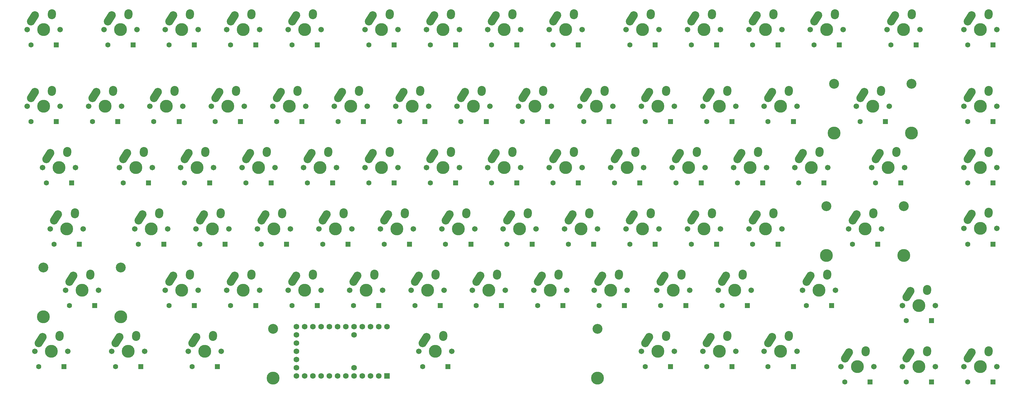
<source format=gbr>
%TF.GenerationSoftware,KiCad,Pcbnew,9.0.2*%
%TF.CreationDate,2025-11-03T13:59:49-05:00*%
%TF.ProjectId,750-THR-Earthtyper,3735302d-5448-4522-9d45-617274687479,rev?*%
%TF.SameCoordinates,Original*%
%TF.FileFunction,Soldermask,Top*%
%TF.FilePolarity,Negative*%
%FSLAX46Y46*%
G04 Gerber Fmt 4.6, Leading zero omitted, Abs format (unit mm)*
G04 Created by KiCad (PCBNEW 9.0.2) date 2025-11-03 13:59:49*
%MOMM*%
%LPD*%
G01*
G04 APERTURE LIST*
G04 Aperture macros list*
%AMHorizOval*
0 Thick line with rounded ends*
0 $1 width*
0 $2 $3 position (X,Y) of the first rounded end (center of the circle)*
0 $4 $5 position (X,Y) of the second rounded end (center of the circle)*
0 Add line between two ends*
20,1,$1,$2,$3,$4,$5,0*
0 Add two circle primitives to create the rounded ends*
1,1,$1,$2,$3*
1,1,$1,$4,$5*%
G04 Aperture macros list end*
%ADD10C,1.701800*%
%ADD11C,3.987800*%
%ADD12HorizOval,2.500000X-0.604462X-0.948815X0.604462X0.948815X0*%
%ADD13HorizOval,2.500000X-0.019724X-0.289328X0.019724X0.289328X0*%
%ADD14C,3.048000*%
%ADD15R,1.600000X1.600000*%
%ADD16C,1.600000*%
%ADD17R,1.752600X1.752600*%
%ADD18C,1.752600*%
G04 APERTURE END LIST*
D10*
%TO.C,K40*%
X172218350Y80530700D03*
D11*
X177298350Y80530700D03*
D10*
X182378350Y80530700D03*
D12*
X174043350Y84050700D03*
D13*
X179818350Y85320700D03*
%TD*%
D10*
%TO.C,K8*%
X134321550Y123164600D03*
D11*
X139401550Y123164600D03*
D10*
X144481550Y123164600D03*
D12*
X136146550Y126684600D03*
D13*
X141921550Y127954600D03*
%TD*%
D14*
%TO.C,K58*%
X238785400Y68567300D03*
D11*
X238785400Y53327300D03*
D10*
X245643400Y61582300D03*
D11*
X250723400Y61582300D03*
D10*
X255803400Y61582300D03*
D14*
X262661400Y68567300D03*
D11*
X262661400Y53327300D03*
D12*
X247468400Y65102300D03*
D13*
X253243400Y66372300D03*
%TD*%
D14*
%TO.C,K75*%
X68046600Y30670500D03*
D11*
X68046600Y15430500D03*
D10*
X113004600Y23685500D03*
D11*
X118084600Y23685500D03*
D10*
X123164600Y23685500D03*
D14*
X168122600Y30670500D03*
D11*
X168122600Y15430500D03*
D12*
X114829600Y27205500D03*
D13*
X120604600Y28475500D03*
%TD*%
D10*
%TO.C,K76*%
X181692550Y23685500D03*
D11*
X186772550Y23685500D03*
D10*
X191852550Y23685500D03*
D12*
X183517550Y27205500D03*
D13*
X189292550Y28475500D03*
%TD*%
D10*
%TO.C,K50*%
X82213450Y61582300D03*
D11*
X87293450Y61582300D03*
D10*
X92373450Y61582300D03*
D12*
X84038450Y65102300D03*
D13*
X89813450Y66372300D03*
%TD*%
D10*
%TO.C,K48*%
X44316650Y61582300D03*
D11*
X49396650Y61582300D03*
D10*
X54476650Y61582300D03*
D12*
X46141650Y65102300D03*
D13*
X51916650Y66372300D03*
%TD*%
D10*
%TO.C,K23*%
X124847350Y99479100D03*
D11*
X129927350Y99479100D03*
D10*
X135007350Y99479100D03*
D12*
X126672350Y102999100D03*
D13*
X132447350Y104269100D03*
%TD*%
D10*
%TO.C,K69*%
X186429650Y42633900D03*
D11*
X191509650Y42633900D03*
D10*
X196589650Y42633900D03*
D12*
X188254650Y46153900D03*
D13*
X194029650Y47423900D03*
%TD*%
D10*
%TO.C,K54*%
X158007050Y61582300D03*
D11*
X163087050Y61582300D03*
D10*
X168167050Y61582300D03*
D12*
X159832050Y65102300D03*
D13*
X165607050Y66372300D03*
%TD*%
D10*
%TO.C,K51*%
X101161850Y61582300D03*
D11*
X106241850Y61582300D03*
D10*
X111321850Y61582300D03*
D12*
X102986850Y65102300D03*
D13*
X108761850Y66372300D03*
%TD*%
D10*
%TO.C,K63*%
X72739250Y42633900D03*
D11*
X77819250Y42633900D03*
D10*
X82899250Y42633900D03*
D12*
X74564250Y46153900D03*
D13*
X80339250Y47423900D03*
%TD*%
D10*
%TO.C,K14*%
X257486150Y123164600D03*
D11*
X262566150Y123164600D03*
D10*
X267646150Y123164600D03*
D12*
X259311150Y126684600D03*
D13*
X265086150Y127954600D03*
%TD*%
D10*
%TO.C,K43*%
X229063550Y80530700D03*
D11*
X234143550Y80530700D03*
D10*
X239223550Y80530700D03*
D12*
X230888550Y84050700D03*
D13*
X236663550Y85320700D03*
%TD*%
D10*
%TO.C,K44*%
X252749050Y80530700D03*
D11*
X257829050Y80530700D03*
D10*
X262909050Y80530700D03*
D12*
X254574050Y84050700D03*
D13*
X260349050Y85320700D03*
%TD*%
D10*
%TO.C,K57*%
X214852250Y61582300D03*
D11*
X219932250Y61582300D03*
D10*
X225012250Y61582300D03*
D12*
X216677250Y65102300D03*
D13*
X222452250Y66372300D03*
%TD*%
D10*
%TO.C,K24*%
X143795750Y99479100D03*
D11*
X148875750Y99479100D03*
D10*
X153955750Y99479100D03*
D12*
X145620750Y102999100D03*
D13*
X151395750Y104269100D03*
%TD*%
D10*
%TO.C,K39*%
X153269950Y80530700D03*
D11*
X158349950Y80530700D03*
D10*
X163429950Y80530700D03*
D12*
X155094950Y84050700D03*
D13*
X160869950Y85320700D03*
%TD*%
D10*
%TO.C,K65*%
X110636050Y42633900D03*
D11*
X115716050Y42633900D03*
D10*
X120796050Y42633900D03*
D12*
X112461050Y46153900D03*
D13*
X118236050Y47423900D03*
%TD*%
D10*
%TO.C,K7*%
X115373150Y123164600D03*
D11*
X120453150Y123164600D03*
D10*
X125533150Y123164600D03*
D12*
X117198150Y126684600D03*
D13*
X122973150Y127954600D03*
%TD*%
D10*
%TO.C,K20*%
X68002150Y99479100D03*
D11*
X73082150Y99479100D03*
D10*
X78162150Y99479100D03*
D12*
X69827150Y102999100D03*
D13*
X75602150Y104269100D03*
%TD*%
D10*
%TO.C,K72*%
X-5422900Y23685500D03*
D11*
X-342900Y23685500D03*
D10*
X4737100Y23685500D03*
D12*
X-3597900Y27205500D03*
D13*
X2177100Y28475500D03*
%TD*%
D10*
%TO.C,K68*%
X167138350Y42633900D03*
D11*
X172218350Y42633900D03*
D10*
X177298350Y42633900D03*
D12*
X168963350Y46153900D03*
D13*
X174738350Y47423900D03*
%TD*%
D10*
%TO.C,K81*%
X262223250Y18948400D03*
D11*
X267303250Y18948400D03*
D10*
X272383250Y18948400D03*
D12*
X264048250Y22468400D03*
D13*
X269823250Y23738400D03*
%TD*%
D10*
%TO.C,K74*%
X41948100Y23685500D03*
D11*
X47028100Y23685500D03*
D10*
X52108100Y23685500D03*
D12*
X43773100Y27205500D03*
D13*
X49548100Y28475500D03*
%TD*%
D10*
%TO.C,K35*%
X77476350Y80530700D03*
D11*
X82556350Y80530700D03*
D10*
X87636350Y80530700D03*
D12*
X79301350Y84050700D03*
D13*
X85076350Y85320700D03*
%TD*%
D10*
%TO.C,K66*%
X129584450Y42633900D03*
D11*
X134664450Y42633900D03*
D10*
X139744450Y42633900D03*
D12*
X131409450Y46153900D03*
D13*
X137184450Y47423900D03*
%TD*%
D10*
%TO.C,K38*%
X134321550Y80530700D03*
D11*
X139401550Y80530700D03*
D10*
X144481550Y80530700D03*
D12*
X136146550Y84050700D03*
D13*
X141921550Y85320700D03*
%TD*%
D10*
%TO.C,K3*%
X34842450Y123164600D03*
D11*
X39922450Y123164600D03*
D10*
X45002450Y123164600D03*
D12*
X36667450Y126684600D03*
D13*
X42442450Y127954600D03*
%TD*%
D10*
%TO.C,K67*%
X148532850Y42633900D03*
D11*
X153612850Y42633900D03*
D10*
X158692850Y42633900D03*
D12*
X150357850Y46153900D03*
D13*
X156132850Y47423900D03*
%TD*%
D10*
%TO.C,K79*%
X243274850Y18948400D03*
D11*
X248354850Y18948400D03*
D10*
X253434850Y18948400D03*
D12*
X245099850Y22468400D03*
D13*
X250874850Y23738400D03*
%TD*%
D10*
%TO.C,K10*%
X176955450Y123164600D03*
D11*
X182035450Y123164600D03*
D10*
X187115450Y123164600D03*
D12*
X178780450Y126684600D03*
D13*
X184555450Y127954600D03*
%TD*%
D10*
%TO.C,K64*%
X91687650Y42633900D03*
D11*
X96767650Y42633900D03*
D10*
X101847650Y42633900D03*
D12*
X93512650Y46153900D03*
D13*
X99287650Y47423900D03*
%TD*%
D10*
%TO.C,K32*%
X20631150Y80530700D03*
D11*
X25711150Y80530700D03*
D10*
X30791150Y80530700D03*
D12*
X22456150Y84050700D03*
D13*
X28231150Y85320700D03*
%TD*%
D10*
%TO.C,K61*%
X34842450Y42633900D03*
D11*
X39922450Y42633900D03*
D10*
X45002450Y42633900D03*
D12*
X36667450Y46153900D03*
D13*
X42442450Y47423900D03*
%TD*%
D10*
%TO.C,K33*%
X39579550Y80530700D03*
D11*
X44659550Y80530700D03*
D10*
X49739550Y80530700D03*
D12*
X41404550Y84050700D03*
D13*
X47179550Y85320700D03*
%TD*%
D10*
%TO.C,K52*%
X120110250Y61582300D03*
D11*
X125190250Y61582300D03*
D10*
X130270250Y61582300D03*
D12*
X121935250Y65102300D03*
D13*
X127710250Y66372300D03*
%TD*%
D10*
%TO.C,K30*%
X281171650Y99479100D03*
D11*
X286251650Y99479100D03*
D10*
X291331650Y99479100D03*
D12*
X282996650Y102999100D03*
D13*
X288771650Y104269100D03*
%TD*%
D10*
%TO.C,K56*%
X195903850Y61582300D03*
D11*
X200983850Y61582300D03*
D10*
X206063850Y61582300D03*
D12*
X197728850Y65102300D03*
D13*
X203503850Y66372300D03*
%TD*%
D10*
%TO.C,K73*%
X18262600Y23685500D03*
D11*
X23342600Y23685500D03*
D10*
X28422600Y23685500D03*
D12*
X20087600Y27205500D03*
D13*
X25862600Y28475500D03*
%TD*%
D10*
%TO.C,K82*%
X281171650Y18948400D03*
D11*
X286251650Y18948400D03*
D10*
X291331650Y18948400D03*
D12*
X282996650Y22468400D03*
D13*
X288771650Y23738400D03*
%TD*%
D10*
%TO.C,K37*%
X115373150Y80530700D03*
D11*
X120453150Y80530700D03*
D10*
X125533150Y80530700D03*
D12*
X117198150Y84050700D03*
D13*
X122973150Y85320700D03*
%TD*%
D10*
%TO.C,K49*%
X63265050Y61582300D03*
D11*
X68345050Y61582300D03*
D10*
X73425050Y61582300D03*
D12*
X65090050Y65102300D03*
D13*
X70865050Y66372300D03*
%TD*%
D10*
%TO.C,K21*%
X86950550Y99479100D03*
D11*
X92030550Y99479100D03*
D10*
X97110550Y99479100D03*
D12*
X88775550Y102999100D03*
D13*
X94550550Y104269100D03*
%TD*%
D10*
%TO.C,K12*%
X214852250Y123164600D03*
D11*
X219932250Y123164600D03*
D10*
X225012250Y123164600D03*
D12*
X216677250Y126684600D03*
D13*
X222452250Y127954600D03*
%TD*%
D10*
%TO.C,K1*%
X-7791450Y123164600D03*
D11*
X-2711450Y123164600D03*
D10*
X2368550Y123164600D03*
D12*
X-5966450Y126684600D03*
D13*
X-191450Y127954600D03*
%TD*%
D10*
%TO.C,K77*%
X200640950Y23685500D03*
D11*
X205720950Y23685500D03*
D10*
X210800950Y23685500D03*
D12*
X202465950Y27205500D03*
D13*
X208240950Y28475500D03*
%TD*%
D14*
%TO.C,K29*%
X241153950Y106464100D03*
D11*
X241153950Y91224100D03*
D10*
X248011950Y99479100D03*
D11*
X253091950Y99479100D03*
D10*
X258171950Y99479100D03*
D14*
X265029950Y106464100D03*
D11*
X265029950Y91224100D03*
D12*
X249836950Y102999100D03*
D13*
X255611950Y104269100D03*
%TD*%
D10*
%TO.C,K18*%
X30105350Y99479100D03*
D11*
X35185350Y99479100D03*
D10*
X40265350Y99479100D03*
D12*
X31930350Y102999100D03*
D13*
X37705350Y104269100D03*
%TD*%
D10*
%TO.C,K13*%
X233800650Y123164600D03*
D11*
X238880650Y123164600D03*
D10*
X243960650Y123164600D03*
D12*
X235625650Y126684600D03*
D13*
X241400650Y127954600D03*
%TD*%
D10*
%TO.C,K70*%
X205378050Y42633900D03*
D11*
X210458050Y42633900D03*
D10*
X215538050Y42633900D03*
D12*
X207203050Y46153900D03*
D13*
X212978050Y47423900D03*
%TD*%
D10*
%TO.C,K41*%
X191166750Y80530700D03*
D11*
X196246750Y80530700D03*
D10*
X201326750Y80530700D03*
D12*
X192991750Y84050700D03*
D13*
X198766750Y85320700D03*
%TD*%
D14*
%TO.C,K60*%
X-2806700Y49618900D03*
D11*
X-2806700Y34378900D03*
D10*
X4051300Y42633900D03*
D11*
X9131300Y42633900D03*
D10*
X14211300Y42633900D03*
D14*
X21069300Y49618900D03*
D11*
X21069300Y34378900D03*
D12*
X5876300Y46153900D03*
D13*
X11651300Y47423900D03*
%TD*%
D10*
%TO.C,K15*%
X281171650Y123164600D03*
D11*
X286251650Y123164600D03*
D10*
X291331650Y123164600D03*
D12*
X282996650Y126684600D03*
D13*
X288771650Y127954600D03*
%TD*%
D10*
%TO.C,K22*%
X105898950Y99479100D03*
D11*
X110978950Y99479100D03*
D10*
X116058950Y99479100D03*
D12*
X107723950Y102999100D03*
D13*
X113498950Y104269100D03*
%TD*%
D10*
%TO.C,K9*%
X153269950Y123164600D03*
D11*
X158349950Y123164600D03*
D10*
X163429950Y123164600D03*
D12*
X155094950Y126684600D03*
D13*
X160869950Y127954600D03*
%TD*%
D10*
%TO.C,K27*%
X200640950Y99479100D03*
D11*
X205720950Y99479100D03*
D10*
X210800950Y99479100D03*
D12*
X202465950Y102999100D03*
D13*
X208240950Y104269100D03*
%TD*%
D10*
%TO.C,K45*%
X281171650Y80530700D03*
D11*
X286251650Y80530700D03*
D10*
X291331650Y80530700D03*
D12*
X282996650Y84050700D03*
D13*
X288771650Y85320700D03*
%TD*%
D10*
%TO.C,K4*%
X53790850Y123164600D03*
D11*
X58870850Y123164600D03*
D10*
X63950850Y123164600D03*
D12*
X55615850Y126684600D03*
D13*
X61390850Y127954600D03*
%TD*%
D10*
%TO.C,K34*%
X58527950Y80530700D03*
D11*
X63607950Y80530700D03*
D10*
X68687950Y80530700D03*
D12*
X60352950Y84050700D03*
D13*
X66127950Y85320700D03*
%TD*%
D10*
%TO.C,K42*%
X210115150Y80530700D03*
D11*
X215195150Y80530700D03*
D10*
X220275150Y80530700D03*
D12*
X211940150Y84050700D03*
D13*
X217715150Y85320700D03*
%TD*%
D10*
%TO.C,K62*%
X53790850Y42633900D03*
D11*
X58870850Y42633900D03*
D10*
X63950850Y42633900D03*
D12*
X55615850Y46153900D03*
D13*
X61390850Y47423900D03*
%TD*%
D10*
%TO.C,K26*%
X181692550Y99479100D03*
D11*
X186772550Y99479100D03*
D10*
X191852550Y99479100D03*
D12*
X183517550Y102999100D03*
D13*
X189292550Y104269100D03*
%TD*%
D10*
%TO.C,K19*%
X49053750Y99479100D03*
D11*
X54133750Y99479100D03*
D10*
X59213750Y99479100D03*
D12*
X50878750Y102999100D03*
D13*
X56653750Y104269100D03*
%TD*%
D10*
%TO.C,K55*%
X176955450Y61582300D03*
D11*
X182035450Y61582300D03*
D10*
X187115450Y61582300D03*
D12*
X178780450Y65102300D03*
D13*
X184555450Y66372300D03*
%TD*%
D10*
%TO.C,K31*%
X-3054350Y80530700D03*
D11*
X2025650Y80530700D03*
D10*
X7105650Y80530700D03*
D12*
X-1229350Y84050700D03*
D13*
X4545650Y85320700D03*
%TD*%
D10*
%TO.C,K59*%
X281171650Y61734700D03*
D11*
X286251650Y61734700D03*
D10*
X291331650Y61734700D03*
D12*
X282996650Y65254700D03*
D13*
X288771650Y66524700D03*
%TD*%
D10*
%TO.C,K78*%
X219589350Y23685500D03*
D11*
X224669350Y23685500D03*
D10*
X229749350Y23685500D03*
D12*
X221414350Y27205500D03*
D13*
X227189350Y28475500D03*
%TD*%
D10*
%TO.C,K53*%
X139058650Y61582300D03*
D11*
X144138650Y61582300D03*
D10*
X149218650Y61582300D03*
D12*
X140883650Y65102300D03*
D13*
X146658650Y66372300D03*
%TD*%
D10*
%TO.C,K6*%
X96424750Y123164600D03*
D11*
X101504750Y123164600D03*
D10*
X106584750Y123164600D03*
D12*
X98249750Y126684600D03*
D13*
X104024750Y127954600D03*
%TD*%
D10*
%TO.C,K25*%
X162744150Y99479100D03*
D11*
X167824150Y99479100D03*
D10*
X172904150Y99479100D03*
D12*
X164569150Y102999100D03*
D13*
X170344150Y104269100D03*
%TD*%
D10*
%TO.C,K36*%
X96424750Y80530700D03*
D11*
X101504750Y80530700D03*
D10*
X106584750Y80530700D03*
D12*
X98249750Y84050700D03*
D13*
X104024750Y85320700D03*
%TD*%
D10*
%TO.C,K16*%
X-7791450Y99479100D03*
D11*
X-2711450Y99479100D03*
D10*
X2368550Y99479100D03*
D12*
X-5966450Y102999100D03*
D13*
X-191450Y104269100D03*
%TD*%
D10*
%TO.C,K71*%
X231432100Y42633900D03*
D11*
X236512100Y42633900D03*
D10*
X241592100Y42633900D03*
D12*
X233257100Y46153900D03*
D13*
X239032100Y47423900D03*
%TD*%
D10*
%TO.C,K46*%
X-685800Y61582300D03*
D11*
X4394200Y61582300D03*
D10*
X9474200Y61582300D03*
D12*
X1139200Y65102300D03*
D13*
X6914200Y66372300D03*
%TD*%
D10*
%TO.C,K80*%
X262223250Y37896800D03*
D11*
X267303250Y37896800D03*
D10*
X272383250Y37896800D03*
D12*
X264048250Y41416800D03*
D13*
X269823250Y42686800D03*
%TD*%
D10*
%TO.C,K28*%
X219589350Y99479100D03*
D11*
X224669350Y99479100D03*
D10*
X229749350Y99479100D03*
D12*
X221414350Y102999100D03*
D13*
X227189350Y104269100D03*
%TD*%
D10*
%TO.C,K11*%
X195903850Y123164600D03*
D11*
X200983850Y123164600D03*
D10*
X206063850Y123164600D03*
D12*
X197728850Y126684600D03*
D13*
X203503850Y127954600D03*
%TD*%
D10*
%TO.C,K5*%
X72739250Y123164600D03*
D11*
X77819250Y123164600D03*
D10*
X82899250Y123164600D03*
D12*
X74564250Y126684600D03*
D13*
X80339250Y127954600D03*
%TD*%
D10*
%TO.C,K47*%
X25368250Y61582300D03*
D11*
X30448250Y61582300D03*
D10*
X35528250Y61582300D03*
D12*
X27193250Y65102300D03*
D13*
X32968250Y66372300D03*
%TD*%
D10*
%TO.C,K17*%
X11156950Y99479100D03*
D11*
X16236950Y99479100D03*
D10*
X21316950Y99479100D03*
D12*
X12981950Y102999100D03*
D13*
X18756950Y104269100D03*
%TD*%
D10*
%TO.C,K2*%
X15894050Y123164600D03*
D11*
X20974050Y123164600D03*
D10*
X26054050Y123164600D03*
D12*
X17719050Y126684600D03*
D13*
X23494050Y127954600D03*
%TD*%
D15*
%TO.C,D57*%
X223832250Y56845200D03*
D16*
X216032250Y56845200D03*
%TD*%
D15*
%TO.C,D33*%
X48559550Y75793600D03*
D16*
X40759550Y75793600D03*
%TD*%
D15*
%TO.C,D40*%
X181198350Y75793600D03*
D16*
X173398350Y75793600D03*
%TD*%
D15*
%TO.C,D71*%
X240412100Y37896800D03*
D16*
X232612100Y37896800D03*
%TD*%
D15*
%TO.C,D43*%
X238043550Y75793600D03*
D16*
X230243550Y75793600D03*
%TD*%
D15*
%TO.C,D50*%
X91193450Y56845200D03*
D16*
X83393450Y56845200D03*
%TD*%
D15*
%TO.C,D21*%
X95930550Y94742000D03*
D16*
X88130550Y94742000D03*
%TD*%
D15*
%TO.C,D65*%
X119616050Y37896800D03*
D16*
X111816050Y37896800D03*
%TD*%
D15*
%TO.C,D6*%
X105404750Y118427500D03*
D16*
X97604750Y118427500D03*
%TD*%
D15*
%TO.C,D14*%
X266466150Y118427500D03*
D16*
X258666150Y118427500D03*
%TD*%
D15*
%TO.C,D72*%
X3557100Y18948400D03*
D16*
X-4242900Y18948400D03*
%TD*%
D15*
%TO.C,D70*%
X214358050Y37896800D03*
D16*
X206558050Y37896800D03*
%TD*%
D15*
%TO.C,D77*%
X209620950Y18948400D03*
D16*
X201820950Y18948400D03*
%TD*%
D15*
%TO.C,D26*%
X190672550Y94742000D03*
D16*
X182872550Y94742000D03*
%TD*%
D15*
%TO.C,D75*%
X121984600Y18948400D03*
D16*
X114184600Y18948400D03*
%TD*%
D15*
%TO.C,D69*%
X195409650Y37896800D03*
D16*
X187609650Y37896800D03*
%TD*%
D15*
%TO.C,D58*%
X254623400Y56845200D03*
D16*
X246823400Y56845200D03*
%TD*%
D15*
%TO.C,D16*%
X1188550Y94742000D03*
D16*
X-6611450Y94742000D03*
%TD*%
D15*
%TO.C,D23*%
X133827350Y94742000D03*
D16*
X126027350Y94742000D03*
%TD*%
D15*
%TO.C,D76*%
X190672550Y18948400D03*
D16*
X182872550Y18948400D03*
%TD*%
D15*
%TO.C,D68*%
X176461250Y37896800D03*
D16*
X168661250Y37896800D03*
%TD*%
D15*
%TO.C,D27*%
X209620950Y94742000D03*
D16*
X201820950Y94742000D03*
%TD*%
D15*
%TO.C,D5*%
X81719250Y118427500D03*
D16*
X73919250Y118427500D03*
%TD*%
D15*
%TO.C,D39*%
X162249950Y75793600D03*
D16*
X154449950Y75793600D03*
%TD*%
D15*
%TO.C,D45*%
X290151650Y75793600D03*
D16*
X282351650Y75793600D03*
%TD*%
D15*
%TO.C,D56*%
X204883850Y56845200D03*
D16*
X197083850Y56845200D03*
%TD*%
D15*
%TO.C,D52*%
X129090250Y56845200D03*
D16*
X121290250Y56845200D03*
%TD*%
D15*
%TO.C,D80*%
X271203250Y33159700D03*
D16*
X263403250Y33159700D03*
%TD*%
D15*
%TO.C,D28*%
X228569350Y94742000D03*
D16*
X220769350Y94742000D03*
%TD*%
D17*
%TO.C,U1*%
X103219250Y16065500D03*
D18*
X100679250Y16065500D03*
X98139250Y16065500D03*
X95599250Y16065500D03*
X93059250Y16065500D03*
X90519250Y16065500D03*
X87979250Y16065500D03*
X85439250Y16065500D03*
X82899250Y16065500D03*
X80359250Y16065500D03*
X77819250Y16065500D03*
X75279250Y16065500D03*
X75279250Y18605500D03*
X75279250Y21145500D03*
X75279250Y23685500D03*
X75279250Y26225500D03*
X75279250Y28765500D03*
X75279250Y31305500D03*
X77819250Y31305500D03*
X80359250Y31305500D03*
X82899250Y31305500D03*
X85439250Y31305500D03*
X87979250Y31305500D03*
X90519250Y31305500D03*
X93059250Y31305500D03*
X95599250Y31305500D03*
X98139250Y31305500D03*
X100679250Y31305500D03*
X103219250Y31305500D03*
X93059250Y28765500D03*
X93059250Y18605500D03*
%TD*%
D15*
%TO.C,D30*%
X290151650Y94742000D03*
D16*
X282351650Y94742000D03*
%TD*%
D15*
%TO.C,D55*%
X185935450Y56845200D03*
D16*
X178135450Y56845200D03*
%TD*%
D15*
%TO.C,D79*%
X252254850Y14211300D03*
D16*
X244454850Y14211300D03*
%TD*%
D15*
%TO.C,D29*%
X256991950Y94742000D03*
D16*
X249191950Y94742000D03*
%TD*%
D15*
%TO.C,D74*%
X50928100Y18948400D03*
D16*
X43128100Y18948400D03*
%TD*%
D15*
%TO.C,D44*%
X261729050Y75793600D03*
D16*
X253929050Y75793600D03*
%TD*%
D15*
%TO.C,D64*%
X100667650Y37896800D03*
D16*
X92867650Y37896800D03*
%TD*%
D15*
%TO.C,D24*%
X152775750Y94742000D03*
D16*
X144975750Y94742000D03*
%TD*%
D15*
%TO.C,D73*%
X27242600Y18948400D03*
D16*
X19442600Y18948400D03*
%TD*%
D15*
%TO.C,D12*%
X223832250Y118427500D03*
D16*
X216032250Y118427500D03*
%TD*%
D15*
%TO.C,D81*%
X271203250Y14211300D03*
D16*
X263403250Y14211300D03*
%TD*%
D15*
%TO.C,D78*%
X228569350Y18948400D03*
D16*
X220769350Y18948400D03*
%TD*%
D15*
%TO.C,D38*%
X143301550Y75793600D03*
D16*
X135501550Y75793600D03*
%TD*%
D15*
%TO.C,D41*%
X200146750Y75793600D03*
D16*
X192346750Y75793600D03*
%TD*%
D15*
%TO.C,D13*%
X242780650Y118427500D03*
D16*
X234980650Y118427500D03*
%TD*%
D15*
%TO.C,D10*%
X185935450Y118427500D03*
D16*
X178135450Y118427500D03*
%TD*%
D15*
%TO.C,D60*%
X13031300Y37896800D03*
D16*
X5231300Y37896800D03*
%TD*%
D15*
%TO.C,D42*%
X219095150Y75793600D03*
D16*
X211295150Y75793600D03*
%TD*%
D15*
%TO.C,D53*%
X148038650Y56845200D03*
D16*
X140238650Y56845200D03*
%TD*%
D15*
%TO.C,D61*%
X43822450Y37896800D03*
D16*
X36022450Y37896800D03*
%TD*%
D15*
%TO.C,D48*%
X53296650Y56845200D03*
D16*
X45496650Y56845200D03*
%TD*%
D15*
%TO.C,D49*%
X72245050Y56845200D03*
D16*
X64445050Y56845200D03*
%TD*%
D15*
%TO.C,D62*%
X62770850Y37896800D03*
D16*
X54970850Y37896800D03*
%TD*%
D15*
%TO.C,D19*%
X58033750Y94742000D03*
D16*
X50233750Y94742000D03*
%TD*%
D15*
%TO.C,D1*%
X1188550Y118427500D03*
D16*
X-6611450Y118427500D03*
%TD*%
D15*
%TO.C,D20*%
X76982150Y94742000D03*
D16*
X69182150Y94742000D03*
%TD*%
D15*
%TO.C,D37*%
X124353150Y75793600D03*
D16*
X116553150Y75793600D03*
%TD*%
D15*
%TO.C,D66*%
X138564450Y37896800D03*
D16*
X130764450Y37896800D03*
%TD*%
D15*
%TO.C,D9*%
X162249950Y118427500D03*
D16*
X154449950Y118427500D03*
%TD*%
D15*
%TO.C,D59*%
X290151650Y56845200D03*
D16*
X282351650Y56845200D03*
%TD*%
D15*
%TO.C,D8*%
X143301550Y118427500D03*
D16*
X135501550Y118427500D03*
%TD*%
D15*
%TO.C,D54*%
X166987050Y56845200D03*
D16*
X159187050Y56845200D03*
%TD*%
D15*
%TO.C,D51*%
X110141850Y56845200D03*
D16*
X102341850Y56845200D03*
%TD*%
D15*
%TO.C,D18*%
X39085350Y94742000D03*
D16*
X31285350Y94742000D03*
%TD*%
D15*
%TO.C,D32*%
X29611150Y75793600D03*
D16*
X21811150Y75793600D03*
%TD*%
D15*
%TO.C,D47*%
X34348250Y56845200D03*
D16*
X26548250Y56845200D03*
%TD*%
D15*
%TO.C,D31*%
X5925650Y75793600D03*
D16*
X-1874350Y75793600D03*
%TD*%
D15*
%TO.C,D22*%
X114878950Y94742000D03*
D16*
X107078950Y94742000D03*
%TD*%
D15*
%TO.C,D17*%
X20136950Y94742000D03*
D16*
X12336950Y94742000D03*
%TD*%
D15*
%TO.C,D82*%
X290151650Y14211300D03*
D16*
X282351650Y14211300D03*
%TD*%
D15*
%TO.C,D15*%
X290151650Y118427500D03*
D16*
X282351650Y118427500D03*
%TD*%
D15*
%TO.C,D34*%
X67507950Y75793600D03*
D16*
X59707950Y75793600D03*
%TD*%
D15*
%TO.C,D36*%
X105404750Y75793600D03*
D16*
X97604750Y75793600D03*
%TD*%
D15*
%TO.C,D25*%
X171724150Y94742000D03*
D16*
X163924150Y94742000D03*
%TD*%
D15*
%TO.C,D63*%
X81719250Y37896800D03*
D16*
X73919250Y37896800D03*
%TD*%
D15*
%TO.C,D67*%
X157512850Y37896800D03*
D16*
X149712850Y37896800D03*
%TD*%
D15*
%TO.C,D3*%
X43822450Y118427500D03*
D16*
X36022450Y118427500D03*
%TD*%
D15*
%TO.C,D35*%
X86456350Y75793600D03*
D16*
X78656350Y75793600D03*
%TD*%
D15*
%TO.C,D46*%
X8294200Y56845200D03*
D16*
X494200Y56845200D03*
%TD*%
D15*
%TO.C,D11*%
X204883850Y118427500D03*
D16*
X197083850Y118427500D03*
%TD*%
D15*
%TO.C,D4*%
X62770850Y118427500D03*
D16*
X54970850Y118427500D03*
%TD*%
D15*
%TO.C,D2*%
X24874050Y118427500D03*
D16*
X17074050Y118427500D03*
%TD*%
D15*
%TO.C,D7*%
X124353150Y118427500D03*
D16*
X116553150Y118427500D03*
%TD*%
M02*

</source>
